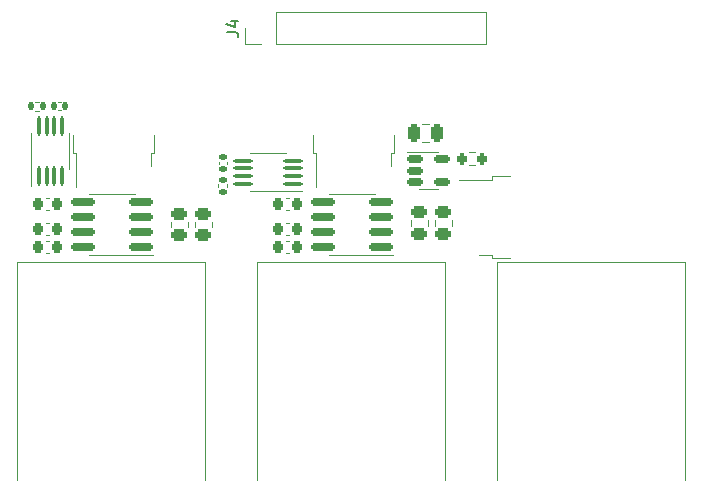
<source format=gbr>
%TF.GenerationSoftware,KiCad,Pcbnew,6.0.2+dfsg-1*%
%TF.CreationDate,2023-02-04T23:29:27-05:00*%
%TF.ProjectId,ups-test,7570732d-7465-4737-942e-6b696361645f,rev?*%
%TF.SameCoordinates,Original*%
%TF.FileFunction,Legend,Top*%
%TF.FilePolarity,Positive*%
%FSLAX46Y46*%
G04 Gerber Fmt 4.6, Leading zero omitted, Abs format (unit mm)*
G04 Created by KiCad (PCBNEW 6.0.2+dfsg-1) date 2023-02-04 23:29:27*
%MOMM*%
%LPD*%
G01*
G04 APERTURE LIST*
G04 Aperture macros list*
%AMRoundRect*
0 Rectangle with rounded corners*
0 $1 Rounding radius*
0 $2 $3 $4 $5 $6 $7 $8 $9 X,Y pos of 4 corners*
0 Add a 4 corners polygon primitive as box body*
4,1,4,$2,$3,$4,$5,$6,$7,$8,$9,$2,$3,0*
0 Add four circle primitives for the rounded corners*
1,1,$1+$1,$2,$3*
1,1,$1+$1,$4,$5*
1,1,$1+$1,$6,$7*
1,1,$1+$1,$8,$9*
0 Add four rect primitives between the rounded corners*
20,1,$1+$1,$2,$3,$4,$5,0*
20,1,$1+$1,$4,$5,$6,$7,0*
20,1,$1+$1,$6,$7,$8,$9,0*
20,1,$1+$1,$8,$9,$2,$3,0*%
G04 Aperture macros list end*
%ADD10C,0.150000*%
%ADD11C,0.120000*%
%ADD12R,1.700000X1.700000*%
%ADD13O,1.700000X1.700000*%
%ADD14RoundRect,0.250000X-0.450000X0.262500X-0.450000X-0.262500X0.450000X-0.262500X0.450000X0.262500X0*%
%ADD15RoundRect,0.140000X-0.140000X-0.170000X0.140000X-0.170000X0.140000X0.170000X-0.140000X0.170000X0*%
%ADD16RoundRect,0.225000X0.225000X0.250000X-0.225000X0.250000X-0.225000X-0.250000X0.225000X-0.250000X0*%
%ADD17RoundRect,0.135000X0.135000X0.185000X-0.135000X0.185000X-0.135000X-0.185000X0.135000X-0.185000X0*%
%ADD18RoundRect,0.200000X-0.200000X-0.275000X0.200000X-0.275000X0.200000X0.275000X-0.200000X0.275000X0*%
%ADD19R,1.200000X2.200000*%
%ADD20R,5.800000X6.400000*%
%ADD21RoundRect,0.250000X0.450000X-0.262500X0.450000X0.262500X-0.450000X0.262500X-0.450000X-0.262500X0*%
%ADD22RoundRect,0.150000X0.825000X0.150000X-0.825000X0.150000X-0.825000X-0.150000X0.825000X-0.150000X0*%
%ADD23RoundRect,0.150000X-0.512500X-0.150000X0.512500X-0.150000X0.512500X0.150000X-0.512500X0.150000X0*%
%ADD24RoundRect,0.140000X0.170000X-0.140000X0.170000X0.140000X-0.170000X0.140000X-0.170000X-0.140000X0*%
%ADD25C,2.500000*%
%ADD26O,7.000000X3.000000*%
%ADD27R,2.200000X1.200000*%
%ADD28R,6.400000X5.800000*%
%ADD29RoundRect,0.100000X0.712500X0.100000X-0.712500X0.100000X-0.712500X-0.100000X0.712500X-0.100000X0*%
%ADD30RoundRect,0.250000X-0.250000X-0.475000X0.250000X-0.475000X0.250000X0.475000X-0.250000X0.475000X0*%
%ADD31RoundRect,0.135000X-0.185000X0.135000X-0.185000X-0.135000X0.185000X-0.135000X0.185000X0.135000X0*%
%ADD32RoundRect,0.100000X0.100000X-0.712500X0.100000X0.712500X-0.100000X0.712500X-0.100000X-0.712500X0*%
G04 APERTURE END LIST*
D10*
%TO.C,J4*%
X91117380Y-25479333D02*
X91831666Y-25479333D01*
X91974523Y-25526952D01*
X92069761Y-25622190D01*
X92117380Y-25765047D01*
X92117380Y-25860285D01*
X91450714Y-24574571D02*
X92117380Y-24574571D01*
X91069761Y-24812666D02*
X91784047Y-25050761D01*
X91784047Y-24431714D01*
D11*
X95265000Y-26476000D02*
X95265000Y-23816000D01*
X113105000Y-26476000D02*
X113105000Y-23816000D01*
X95265000Y-26476000D02*
X113105000Y-26476000D01*
X93995000Y-26476000D02*
X92665000Y-26476000D01*
X95265000Y-23816000D02*
X113105000Y-23816000D01*
X92665000Y-26476000D02*
X92665000Y-25146000D01*
%TO.C,R5*%
X108177000Y-41428936D02*
X108177000Y-41883064D01*
X106707000Y-41428936D02*
X106707000Y-41883064D01*
%TO.C,C1*%
X76854164Y-32110000D02*
X77069836Y-32110000D01*
X76854164Y-31390000D02*
X77069836Y-31390000D01*
%TO.C,C8*%
X96406580Y-41654000D02*
X96125420Y-41654000D01*
X96406580Y-42674000D02*
X96125420Y-42674000D01*
%TO.C,R1*%
X75210641Y-31370000D02*
X74903359Y-31370000D01*
X75210641Y-32130000D02*
X74903359Y-32130000D01*
%TO.C,R7*%
X111649742Y-35672500D02*
X112124258Y-35672500D01*
X111649742Y-36717500D02*
X112124258Y-36717500D01*
%TO.C,Q2*%
X98403000Y-34235000D02*
X98403000Y-35735000D01*
X98673000Y-35735000D02*
X98673000Y-38565000D01*
X98403000Y-35735000D02*
X98673000Y-35735000D01*
X105303000Y-35735000D02*
X105033000Y-35735000D01*
X105033000Y-35735000D02*
X105033000Y-36835000D01*
X105303000Y-34235000D02*
X105303000Y-35735000D01*
%TO.C,R4*%
X89889000Y-42010064D02*
X89889000Y-41555936D01*
X88419000Y-42010064D02*
X88419000Y-41555936D01*
%TO.C,C5*%
X76086580Y-41654000D02*
X75805420Y-41654000D01*
X76086580Y-42674000D02*
X75805420Y-42674000D01*
%TO.C,U4*%
X101727000Y-44343000D02*
X99777000Y-44343000D01*
X101727000Y-44343000D02*
X105177000Y-44343000D01*
X101727000Y-39223000D02*
X99777000Y-39223000D01*
X101727000Y-39223000D02*
X103677000Y-39223000D01*
%TO.C,U5*%
X108204000Y-35651000D02*
X109004000Y-35651000D01*
X108204000Y-35651000D02*
X106404000Y-35651000D01*
X108204000Y-38771000D02*
X109004000Y-38771000D01*
X108204000Y-38771000D02*
X107404000Y-38771000D01*
%TO.C,C6*%
X96406580Y-43178000D02*
X96125420Y-43178000D01*
X96406580Y-44198000D02*
X96125420Y-44198000D01*
%TO.C,C2*%
X90445000Y-36683836D02*
X90445000Y-36468164D01*
X91165000Y-36683836D02*
X91165000Y-36468164D01*
%TO.C,J2*%
X109601000Y-44958000D02*
X93726000Y-44958000D01*
X109601000Y-63373000D02*
X109601000Y-44958000D01*
X93726000Y-44958000D02*
X93726000Y-63373000D01*
%TO.C,Q3*%
X113608000Y-44328000D02*
X112508000Y-44328000D01*
X113608000Y-37968000D02*
X110778000Y-37968000D01*
X113608000Y-44598000D02*
X113608000Y-44328000D01*
X115108000Y-44598000D02*
X113608000Y-44598000D01*
X115108000Y-37698000D02*
X113608000Y-37698000D01*
X113608000Y-37698000D02*
X113608000Y-37968000D01*
%TO.C,U2*%
X94615000Y-38948000D02*
X97540000Y-38948000D01*
X94615000Y-35728000D02*
X96115000Y-35728000D01*
X94615000Y-35728000D02*
X93115000Y-35728000D01*
X94615000Y-38948000D02*
X93115000Y-38948000D01*
%TO.C,C4*%
X76086580Y-44198000D02*
X75805420Y-44198000D01*
X76086580Y-43178000D02*
X75805420Y-43178000D01*
%TO.C,C9*%
X107688748Y-33301000D02*
X108211252Y-33301000D01*
X107688748Y-34771000D02*
X108211252Y-34771000D01*
%TO.C,C7*%
X76086580Y-40515000D02*
X75805420Y-40515000D01*
X76086580Y-39495000D02*
X75805420Y-39495000D01*
%TO.C,C3*%
X96406580Y-39495000D02*
X96125420Y-39495000D01*
X96406580Y-40515000D02*
X96125420Y-40515000D01*
%TO.C,U3*%
X81407000Y-39223000D02*
X79457000Y-39223000D01*
X81407000Y-39223000D02*
X83357000Y-39223000D01*
X81407000Y-44343000D02*
X84857000Y-44343000D01*
X81407000Y-44343000D02*
X79457000Y-44343000D01*
%TO.C,Q1*%
X84990000Y-34235000D02*
X84990000Y-35735000D01*
X84720000Y-35735000D02*
X84720000Y-36835000D01*
X78090000Y-34235000D02*
X78090000Y-35735000D01*
X84990000Y-35735000D02*
X84720000Y-35735000D01*
X78360000Y-35735000D02*
X78360000Y-38565000D01*
X78090000Y-35735000D02*
X78360000Y-35735000D01*
%TO.C,R6*%
X108739000Y-41883064D02*
X108739000Y-41428936D01*
X110209000Y-41883064D02*
X110209000Y-41428936D01*
%TO.C,R2*%
X91185000Y-38327359D02*
X91185000Y-38634641D01*
X90425000Y-38327359D02*
X90425000Y-38634641D01*
%TO.C,U1*%
X77810000Y-35560000D02*
X77810000Y-37060000D01*
X74590000Y-35560000D02*
X74590000Y-34060000D01*
X74590000Y-35560000D02*
X74590000Y-38485000D01*
X77810000Y-35560000D02*
X77810000Y-34060000D01*
%TO.C,J3*%
X129921000Y-44958000D02*
X114046000Y-44958000D01*
X129921000Y-63373000D02*
X129921000Y-44958000D01*
X114046000Y-44958000D02*
X114046000Y-63373000D01*
%TO.C,R3*%
X87857000Y-41555936D02*
X87857000Y-42010064D01*
X86387000Y-41555936D02*
X86387000Y-42010064D01*
%TO.C,J1*%
X89281000Y-63373000D02*
X89281000Y-44958000D01*
X89281000Y-44958000D02*
X73406000Y-44958000D01*
X73406000Y-44958000D02*
X73406000Y-63373000D01*
%TD*%
%LPC*%
D12*
%TO.C,J4*%
X93995000Y-25146000D03*
D13*
X96535000Y-25146000D03*
X99075000Y-25146000D03*
X101615000Y-25146000D03*
X104155000Y-25146000D03*
X106695000Y-25146000D03*
X109235000Y-25146000D03*
X111775000Y-25146000D03*
%TD*%
D14*
%TO.C,R5*%
X107442000Y-40743500D03*
X107442000Y-42568500D03*
%TD*%
D15*
%TO.C,C1*%
X76482000Y-31750000D03*
X77442000Y-31750000D03*
%TD*%
D16*
%TO.C,C8*%
X97041000Y-42164000D03*
X95491000Y-42164000D03*
%TD*%
D17*
%TO.C,R1*%
X75567000Y-31750000D03*
X74547000Y-31750000D03*
%TD*%
D18*
%TO.C,R7*%
X111062000Y-36195000D03*
X112712000Y-36195000D03*
%TD*%
D19*
%TO.C,Q2*%
X99573000Y-37465000D03*
D20*
X101853000Y-31165000D03*
D19*
X104133000Y-37465000D03*
%TD*%
D21*
%TO.C,R4*%
X89154000Y-42695500D03*
X89154000Y-40870500D03*
%TD*%
D16*
%TO.C,C5*%
X76721000Y-42164000D03*
X75171000Y-42164000D03*
%TD*%
D22*
%TO.C,U4*%
X104202000Y-43688000D03*
X104202000Y-42418000D03*
X104202000Y-41148000D03*
X104202000Y-39878000D03*
X99252000Y-39878000D03*
X99252000Y-41148000D03*
X99252000Y-42418000D03*
X99252000Y-43688000D03*
%TD*%
D23*
%TO.C,U5*%
X107066500Y-36261000D03*
X107066500Y-37211000D03*
X107066500Y-38161000D03*
X109341500Y-38161000D03*
X109341500Y-36261000D03*
%TD*%
D16*
%TO.C,C6*%
X97041000Y-43688000D03*
X95491000Y-43688000D03*
%TD*%
D24*
%TO.C,C2*%
X90805000Y-37056000D03*
X90805000Y-36096000D03*
%TD*%
D25*
%TO.C,J2*%
X94234000Y-65306000D03*
X108966000Y-65306000D03*
D26*
X105537000Y-47018000D03*
X97536000Y-47018000D03*
%TD*%
D27*
%TO.C,Q3*%
X111878000Y-38868000D03*
D28*
X118178000Y-41148000D03*
D27*
X111878000Y-43428000D03*
%TD*%
D29*
%TO.C,U2*%
X96727500Y-38313000D03*
X96727500Y-37663000D03*
X96727500Y-37013000D03*
X96727500Y-36363000D03*
X92502500Y-36363000D03*
X92502500Y-37013000D03*
X92502500Y-37663000D03*
X92502500Y-38313000D03*
%TD*%
D16*
%TO.C,C4*%
X76721000Y-43688000D03*
X75171000Y-43688000D03*
%TD*%
D30*
%TO.C,C9*%
X107000000Y-34036000D03*
X108900000Y-34036000D03*
%TD*%
D16*
%TO.C,C7*%
X76721000Y-40005000D03*
X75171000Y-40005000D03*
%TD*%
%TO.C,C3*%
X97041000Y-40005000D03*
X95491000Y-40005000D03*
%TD*%
D22*
%TO.C,U3*%
X83882000Y-43688000D03*
X83882000Y-42418000D03*
X83882000Y-41148000D03*
X83882000Y-39878000D03*
X78932000Y-39878000D03*
X78932000Y-41148000D03*
X78932000Y-42418000D03*
X78932000Y-43688000D03*
%TD*%
D19*
%TO.C,Q1*%
X79260000Y-37465000D03*
D20*
X81540000Y-31165000D03*
D19*
X83820000Y-37465000D03*
%TD*%
D21*
%TO.C,R6*%
X109474000Y-42568500D03*
X109474000Y-40743500D03*
%TD*%
D31*
%TO.C,R2*%
X90805000Y-37971000D03*
X90805000Y-38991000D03*
%TD*%
D32*
%TO.C,U1*%
X75225000Y-37672500D03*
X75875000Y-37672500D03*
X76525000Y-37672500D03*
X77175000Y-37672500D03*
X77175000Y-33447500D03*
X76525000Y-33447500D03*
X75875000Y-33447500D03*
X75225000Y-33447500D03*
%TD*%
D25*
%TO.C,J3*%
X129286000Y-65306000D03*
X114554000Y-65306000D03*
D26*
X125857000Y-47018000D03*
X117856000Y-47018000D03*
%TD*%
D14*
%TO.C,R3*%
X87122000Y-40870500D03*
X87122000Y-42695500D03*
%TD*%
D25*
%TO.C,J1*%
X88646000Y-65306000D03*
X73914000Y-65306000D03*
D26*
X85217000Y-47018000D03*
X77216000Y-47018000D03*
%TD*%
M02*

</source>
